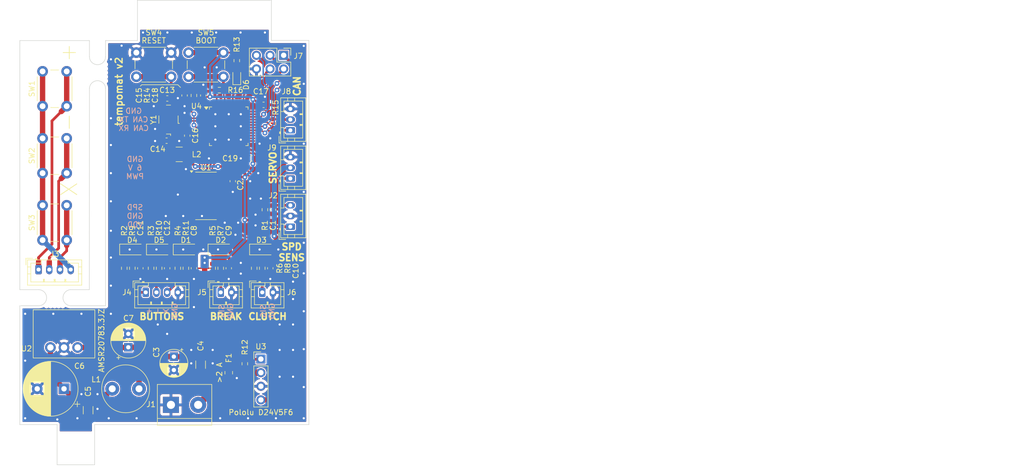
<source format=kicad_pcb>
(kicad_pcb (version 20240225) (generator "pcbnew") (generator_version "8.99")
  (title_block (title "Sterownik tempomatu") (date "2024-06-03") (rev "2") (company "CR"))
  (layers (0 "F.Cu" signal "Górna sygnałowa") (31 "B.Cu" signal "Dolna sygnałowa") (34 "B.Paste" user "Dolna pasty") (35 "F.Paste" user "Górna pasty") (36 "B.SilkS" user "B.Silkscreen") (37 "F.SilkS" user "F.Silkscreen") (38 "B.Mask" user "Dolna sodermaski") (39 "F.Mask" user "Górna soldermaski") (44 "Edge.Cuts" user "Krawędziowa"))
  (net 0 "")
  (net 1 "VDD")
  (net 2 "GND")
  (net 3 "Net-(C3-Pad1)")
  (net 4 "/LED")
  (net 5 "Net-(D1-A2)")
  (net 6 "Net-(D2-A2)")
  (net 7 "VCC")
  (net 8 "/SPD")
  (net 9 "/CANRX")
  (net 10 "/TXO")
  (net 11 "/RXI")
  (net 12 "/SWDIO")
  (net 13 "/SWCLK")
  (net 14 "Net-(U2-VI)")
  (net 15 "Net-(D3-A2)")
  (net 16 "/CLUTCH")
  (net 17 "/BUT+")
  (net 18 "/BUT-")
  (net 19 "/BUT_CANC")
  (net 20 "Net-(D4-A2)")
  (net 21 "Net-(D5-A2)")
  (net 22 "Net-(U4-PD0)")
  (net 23 "Net-(U4-PD1)")
  (net 24 "Net-(U4-NRST)")
  (net 25 "/BREAK")
  (net 26 "Net-(U4-VDDA)")
  (net 27 "Net-(D6-A)")
  (net 28 "Net-(J4-Pin_2)")
  (net 29 "Net-(J4-Pin_1)")
  (net 30 "Net-(J4-Pin_3)")
  (net 31 "Net-(J5-Pin_1)")
  (net 32 "Net-(J6-Pin_1)")
  (net 33 "6V")
  (net 34 "/PWM")
  (net 35 "Net-(U4-BOOT0)")
  (net 41 "/CANTX")
  (net 45 "/EX_BUT_+")
  (net 46 "/EX_BUT_-")
  (net 47 "/EX_BUT_CANC")
  (net 62 "/~{SHDN}")
  (footprint "Capacitor_SMD:C_0603_1608Metric" (layer "F.Cu") (at 116 44.75)
    (property "Reference" "C17")
    (property "Value" "100n")
  )
  (footprint "Capacitor_SMD:C_0603_1608Metric" (layer "F.Cu") (at 113.75 54.75 180)
    (property "Reference" "C19")
    (property "Value" "100n")
  )
  (footprint "Capacitor_SMD:C_0603_1608Metric" (layer "F.Cu") (at 104.75 43 90)
    (property "Reference" "C18")
    (property "Value" "100n")
  )
  (footprint "Capacitor_SMD:C_0603_1608Metric" (layer "F.Cu") (at 98.025 43.563 180)
    (property "Reference" "C13")
    (property "Value" "22p")
  )
  (footprint "Capacitor_SMD:C_0603_1608Metric" (layer "F.Cu") (at 97.898 51.437)
    (property "Reference" "C14")
    (property "Value" "22p")
  )
  (footprint "Diode_SMD:D_0603_1608Metric" (layer "F.Cu") (at 111 39.5 90)
    (property "Reference" "D6")
    (property "Value" "RED")
  )
  (footprint "Inductor_SMD:L_1210_3225Metric_Pad1.42x2.65mm_HandSolder" (layer "F.Cu") (at 100.25 54)
    (property "Reference" "L2")
    (property "Value" "100u")
  )
  (footprint "Resistor_SMD:R_0603_1608Metric" (layer "F.Cu") (at 111 36.5 -90)
    (property "Reference" "R13")
    (property "Value" "1k")
  )
  (footprint "Button_Switch_THT:SW_PUSH_6mm" (layer "F.Cu") (at 74.75 57.5 90)
    (property "Reference" "SW2")
    (property "Value" "SW_Push")
  )
  (footprint "Button_Switch_THT:SW_PUSH_6mm" (layer "F.Cu") (at 74.75 70 90)
    (property "Reference" "SW3")
    (property "Value" "SW_Push")
  )
  (footprint "Package_QFP:LQFP-48_7x7mm_P0.5mm" (layer "F.Cu") (at 109.5 48.75)
    (property "Reference" "U4")
    (property "Value" "STM32F103C8Tx" (hide yes))
  )
  (footprint "Crystal:Crystal_SMD_EuroQuartz_MJ-4Pin_5.0x3.2mm" (layer "F.Cu") (at 98.25 47.5 90)
    (property "Reference" "Y1")
    (property "Value" "8MHz")
  )
  (footprint "Resistor_SMD:R_0603_1608Metric" (layer "F.Cu") (at 107.75 42)
    (property "Reference" "R16")
    (property "Value" "1k")
  )
  (footprint "Capacitor_SMD:C_0603_1608Metric" (layer "F.Cu") (at 101.25 43 90)
    (property "Reference" "C15")
    (property "Value" "100n")
  )
  (footprint "MountingHole:MountingHole_2.5mm" (layer "F.Cu") (at 113.919 28.575)
    (property "Reference" "H1" (hide yes))
    (property "Value" "MountingHole")
  )
  (footprint "Button_Switch_THT:SW_PUSH_6mm" (layer "F.Cu") (at 74.75 45 90)
    (property "Reference" "SW1")
    (property "Value" "SW_Push")
  )
  (footprint "Library:mouse-bite-3mm-slot" (layer "F.Cu") (at 85 38.75 90)
    (property "Reference" "mouse-bite-3mm-slot" (hide yes))
    (property "Value" "VAL**" (hide yes))
  )
  (footprint "Resistor_SMD:R_0603_1608Metric" (layer "F.Cu") (at 116.25 64.325 90)
    (property "Reference" "R1")
    (property "Value" "10k")
  )
  (footprint "Package_SO:SOIC-14_3.9x8.7mm_P1.27mm" (layer "F.Cu") (at 105.25 61.75)
    (property "Reference" "U1")
    (property "Value" "74HC14")
  )
  (footprint "Resistor_SMD:R_0603_1608Metric" (layer "F.Cu") (at 115.75 75.25 90)
    (property "Reference" "R8")
    (property "Value" "10k")
  )
  (footprint "Diode_SMD:D_SOD-123" (layer "F.Cu") (at 115.75 71.75)
    (property "Reference" "D3")
    (property "Value" "D_TVS")
  )
  (footprint "Resistor_SMD:R_0603_1608Metric" (layer "F.Cu") (at 96.5 75.25 90)
    (property "Reference" "R10")
    (property "Value" "10k")
  )
  (footprint "Capacitor_SMD:C_0603_1608Metric" (layer "F.Cu") (at 98 75.25 -90)
    (property "Reference" "C12")
    (property "Value" "100n")
  )
  (footprint "Resistor_SMD:R_0603_1608Metric" (layer "F.Cu") (at 106.5 75.25 -90)
    (property "Reference" "R5")
    (property "Value" "10k")
  )
  (footprint "Resistor_SMD:R_0603_1608Metric" (layer "F.Cu") (at 108 75.25 90)
    (property "Reference" "R7")
    (property "Value" "10k")
  )
  (footprint "Connector_PinHeader_2.54mm:PinHeader_2x03_P2.54mm_Vertical" (layer "F.Cu") (at 119.75 35.5 -90)
    (property "Reference" "J7")
    (property "Value" "Conn_01x07")
  )
  (footprint "Capacitor_SMD:C_0603_1608Metric" (layer "F.Cu") (at 109.5 75.25 -90)
    (property "Reference" "C9")
    (property "Value" "100n")
  )
  (footprint "Capacitor_SMD:C_0603_1608Metric" (layer "F.Cu") (at 103 75.25 -90)
    (property "Reference" "C8")
    (property "Value" "100n")
  )
  (footprint "Capacitor_THT:CP_Radial_D6.3mm_P2.50mm" (layer "F.Cu") (at 90.75 90 90)
    (property "Reference" "C7")
    (property "Value" "22u/25V")
  )
  (footprint "Capacitor_SMD:C_0603_1608Metric" (layer "F.Cu") (at 117.25 75.25 -90)
    (property "Reference" "C10")
    (property "Value" "100n")
  )
  (footprint "Fuse:Fuse_0805_2012Metric" (layer "F.Cu") (at 109.5 94.75 90)
    (property "Reference" "F1")
    (property "Value" ">2A" (hide yes))
  )
  (footprint "Capacitor_THT:CP_Radial_D5.0mm_P2.50mm" (layer "F.Cu") (at 99.25 91.75 -90)
    (property "Reference" "C3")
    (property "Value" "100u/25V")
  )
  (footprint "Capacitor_SMD:C_0603_1608Metric" (layer "F.Cu") (at 110.25 59 -90)
    (property "Reference" "C2")
    (property "Value" "100n")
  )
  (footprint "Diode_SMD:D_SOD-123" (layer "F.Cu") (at 108 71.75)
    (property "Reference" "D2")
    (property "Value" "D_TVS")
  )
  (footprint "Capacitor_SMD:C_0603_1608Metric_Pad1.08x0.95mm_HandSolder" (layer "F.Cu") (at 101.75 50.5 90)
    (property "Reference" "C16")
    (property "Value" "100n")
  )
  (footprint "Connector_JST:JST_PH_B3B-PH-K_1x03_P2.00mm_Vertical" (layer "F.Cu") (at 121 49.5 90)
    (property "Reference" "J8")
    (property "Value" "Conn_01x03")
  )
  (footprint "Inductor_THT:L_Radial_D8.7mm_P5.00mm_Fastron_07HCP" (layer "F.Cu") (at 92.75 97.75 180)
    (property "Reference" "L1")
    (property "Value" "RL622-220K-RC BOURNS")
  )
  (footprint "Capacitor_SMD:C_0603_1608Metric" (layer "F.Cu") (at 93 75.25 -90)
    (property "Reference" "C11")
    (property "Value" "100n")
  )
  (footprint "Connector_JST:JST_PH_B2B-PH-K_1x02_P2.00mm_Vertical" (layer "F.Cu") (at 115.75 79.75)
    (property "Reference" "J6")
    (property "Value" "Conn_01x02")
  )
  (footprint "Capacitor_SMD:C_1206_3216Metric" (layer "F.Cu") (at 104.25 93.25 -90)
    (property "Reference" "C4")
    (property "Value" "10u/25V")
  )
  (footprint "Library:mouse-bite-3mm-slot" (layer "F.Cu") (at 77 80.75 180)
    (property "Reference" "mouse-bite-3mm-slot" (hide yes))
    (property "Value" "VAL**" (hide yes))
  )
  (footprint "MountingHole:MountingHole_2.5mm" (layer "F.Cu") (at 81.026 108.585)
    (property "Reference" "H2" (hide yes))
    (property "Value" "MountingHole")
  )
  (footprint "Resistor_SMD:R_0603_1608Metric" (layer "F.Cu") (at 114.25 75.25 -90)
    (property "Reference" "R6")
    (property "Value" "10k")
  )
  (footprint "Resistor_SMD:R_0603_1608Metric" (layer "F.Cu") (at 112.5 93.075 90)
    (property "Reference" "R12")
    (property "Value" "100k")
  )
  (footprint "Resistor_SMD:R_0603_1608Metric" (layer "F.Cu") (at 117.75 48.25 90)
    (property "Reference" "R15")
    (property "Value" "120")
  )
  (footprint "Connector_JST:JST_PH_B2B-PH-K_1x02_P2.00mm_Vertical" (layer "F.Cu") (at 108 79.75)
    (property "Reference" "J5")
    (property "Value" "Conn_01x02" (hide yes))
  )
  (footprint "Connector_PinHeader_2.54mm:PinHeader_1x04_P2.54mm_Vertical" (layer "F.Cu") (at 115.5 92.2)
    (property "Reference" "U3")
    (property "Value" "Pololu D24V5F6")
  )
  (footprint "Resistor_SMD:R_0603_1608Metric" (layer "F.Cu") (at 95 75.25 -90)
    (property "Reference" "R3")
    (property "Value" "10k")
  )
  (footprint "Resistor_SMD:R_0603_1608Metric" (layer "F.Cu") (at 100 75.25 -90)
    (property "Reference" "R4")
    (property "Value" "10k")
  )
  (footprint "Capacitor_THT:CP_Radial_D10.0mm_P5.00mm" (layer "F.Cu") (at 78.75 97.75 180)
    (property "Reference" "C6")
    (property "Value" "680u/25V")
  )
  (footprint "Diode_SMD:D_SOD-123" (layer "F.Cu") (at 91.5 71.75)
    (property "Reference" "D4")
    (property "Value" "D_TVS")
  )
  (footprint "Resistor_SMD:R_0603_1608Metric" (layer "F.Cu") (at 103 43 90)
    (property "Reference" "R14")
    (property "Value" "100k")
  )
  (footprint "Button_Switch_THT:SW_PUSH_6mm" (layer "F.Cu") (at 102 35)
    (property "Reference" "SW5")
    (property "Value" "6mm")
  )
  (footprint "Resistor_SMD:R_0603_1608Metric" (layer "F.Cu") (at 101.5 75.25 90)
    (property "Reference" "R11")
    (property "Value" "10k")
  )
  (footprint "Button_Switch_THT:SW_PUSH_6mm" (layer "F.Cu") (at 92.25 35)
    (property "Reference" "SW4")
    (property "Value" "6 mm")
  )
  (footprint "Resistor_SMD:R_0603_1608Metric" (layer "F.Cu") (at 90 75.25 -90)
    (property "Reference" "R2")
    (property "Value" "10k")
  )
  (footprint "Connector_JST:JST_PH_B4B-PH-K_1x04_P2.00mm_Vertical" (layer "F.Cu") (at 74 75.5)
    (property "Reference" "J3")
    (property "Value" "JST 01x04")
  )
  (footprint "Diode_SMD:D_SOD-123" (layer "F.Cu") (at 101.5 71.75)
    (property "Reference" "D1")
    (property "Value" "D_TVS")
  )
  (footprint "Capacitor_SMD:C_0603_1608Metric" (layer "F.Cu") (at 117.75 64.325 -90)
    (property "Reference" "C1")
    (property "Value" "100n")
  )
  (footprint "tmp:AMSR2-78JZ" (layer "F.Cu") (at 78.75 87.5)
    (property "Reference" "U2")
    (property "Value" "AMSR20783.3JZ")
  )
  (footprint "Connector_JST:JST_PH_B3B-PH-K_1x03_P2.00mm_Vertical" (layer "F.Cu") (at 121 58.5 90)
    (property "Reference" "J9")
    (property "Value" "Conn_01x03")
  )
  (footprint "Capacitor_SMD:C_1206_3216Metric" (layer "F.Cu") (at 83.25 101.75 -90)
    (property "Reference" "C5")
    (property "Value" "10u/25V")
  )
  (footprint "Connector_JST:JST_PH_B3B-PH-K_1x03_P2.00mm_Vertical" (layer "F.Cu") (at 121 67.5 90)
    (property "Reference" "J2")
    (property "Value" "Conn_01x03")
  )
  (footprint "TerminalBlock:TerminalBlock_bornier-2_P5.08mm" (layer "F.Cu") (at 98.71 100.75)
    (property "Reference" "J1")
    (property "Value" "Conn_01x02" (hide yes))
  )
  (footprint "Resistor_SMD:R_0603_1608Metric" (layer "F.Cu") (at 91.5 75.25 90)
    (property "Reference" "R9")
    (property "Value" "10k")
  )
  (footprint "Connector_JST:JST_PH_B4B-PH-K_1x04_P2.00mm_Vertical" (layer "F.Cu") (at 94 79.75)
    (property "Reference" "J4")
    (property "Value" "JST 01x04")
  )
  (footprint "Diode_SMD:D_SOD-123" (layer "F.Cu") (at 96.5 71.75)
    (property "Reference" "D5")
    (property "Value" "D_TVS")
  )
  (gr_line (start 93.25 41) (end 100 41) (stroke (width 0.12)) (layer "F.SilkS"))
  (gr_line (start 100 41) (end 100.5 41.5) (stroke (width 0.12)) (layer "F.SilkS"))
  (gr_line (start 93 41.25) (end 93.25 41) (stroke (width 0.12)) (layer "F.SilkS"))
  (gr_line (start 83.500001 41.626) (end 83.475 79.25) (stroke (width 0.1)) (layer "Edge.Cuts"))
  (gr_line (start 86.5 82.25) (end 86.499999 41.626) (stroke (width 0.1)) (layer "Edge.Cuts"))
  (gr_line (start 86.499999 35.784) (end 86.5 32.75) (stroke (width 0.1)) (layer "Edge.Cuts"))
  (gr_line (start 74.058004 82.25) (end 70.5 82.25) (stroke (width 0.1)) (layer "Edge.Cuts"))
  (gr_line (start 84.46 104.43) (end 84.46 111.93) (stroke (width 0.1)) (layer "Edge.Cuts"))
  (gr_line (start 70.5 82.25) (end 70.5 104.43) (stroke (width 0.1)) (layer "Edge.Cuts"))
  (gr_line (start 83.5 35.784) (end 83.5 32.75) (stroke (width 0.1)) (layer "Edge.Cuts"))
  (gr_line (start 70.5 104.43) (end 77.46 104.43) (stroke (width 0.1)) (layer "Edge.Cuts"))
  (gr_line (start 83.475 79.25) (end 79.91 79.25) (stroke (width 0.1)) (layer "Edge.Cuts"))
  (gr_arc (start 86.499999 35.784) (mid 84.999999 37.25224) (end 83.5 35.784) (stroke (width 0.1)) (layer "Edge.Cuts"))
  (gr_line (start 77.46 111.93) (end 77.46 104.43) (stroke (width 0.1)) (layer "Edge.Cuts"))
  (gr_line (start 117.46 25.23) (end 92.46 25.23) (stroke (width 0.1)) (layer "Edge.Cuts"))
  (gr_line (start 86.5 82.25) (end 79.972 82.249999) (stroke (width 0.1)) (layer "Edge.Cuts"))
  (gr_line (start 77.46 111.93) (end 84.46 111.93) (stroke (width 0.1)) (layer "Edge.Cuts"))
  (gr_line (start 92.46 25.23) (end 92.46 32.75) (stroke (width 0.1)) (layer "Edge.Cuts"))
  (gr_arc (start 74.058004 79.250001) (mid 75.50112 80.75) (end 74.058004 82.25) (stroke (width 0.1)) (layer "Edge.Cuts"))
  (gr_line (start 74.058004 79.250001) (end 70.5 79.25) (stroke (width 0.1)) (layer "Edge.Cuts"))
  (gr_arc (start 79.971668 82.255207) (mid 78.55975 80.780944) (end 79.91 79.25) (stroke (width 0.1)) (layer "Edge.Cuts"))
  (gr_line (start 92.46 32.75) (end 86.5 32.75) (stroke (width 0.1)) (layer "Edge.Cuts"))
  (gr_line (start 124.46 32.73) (end 117.46 32.73) (stroke (width 0.1)) (layer "Edge.Cuts"))
  (gr_line (start 124.46 104.43) (end 124.46 32.73) (stroke (width 0.1)) (layer "Edge.Cuts"))
  (gr_line (start 70.5 32.75) (end 83.5 32.75) (stroke (width 0.1)) (layer "Edge.Cuts"))
  (gr_line (start 70.5 79.25) (end 70.5 32.75) (stroke (width 0.1)) (layer "Edge.Cuts"))
  (gr_line (start 117.46 32.73) (end 117.46 25.23) (stroke (width 0.1)) (layer "Edge.Cuts"))
  (gr_line (start 84.46 104.43) (end 124.46 104.43) (stroke (width 0.1)) (layer "Edge.Cuts"))
  (gr_arc (start 83.500001 41.626) (mid 85 40.243108) (end 86.499999 41.626) (stroke (width 0.1)) (layer "Edge.Cuts"))
  (gr_text "SIG\nGND" (at 116.75 83.25 90) (layer "B.SilkS") (effects (font (size 1 1)) (justify mirror)))
  (gr_text "+\n-\nX\nGND" (at 97 83.25 90) (layer "B.SilkS") (effects (font (size 1 1)) (justify mirror)))
  (gr_text "GND\nCAN TX\nCAN RX" (at 91.75 47.5 0) (layer "B.SilkS") (effects (font (size 1 1)) (justify mirror)))
  (gr_text "SIG\nGND" (at 109 83.25 90) (layer "B.SilkS") (effects (font (size 1 1)) (justify mirror)))
  (gr_text "GND\n6 V\nPWM" (at 92 56.5 0) (layer "B.SilkS") (effects (font (size 1 1)) (justify mirror)))
  (gr_text "SPD\nGND\nVDD" (at 92 65.5 0) (layer "B.SilkS") (effects (font (size 1 1)) (justify mirror)))
  (gr_text "X" (at 79.75 60.5 90) (layer "F.SilkS") (effects (font (size 3 3))))
  (gr_text "CLUTCH" (at 116.75 84.25 0) (layer "F.SilkS") (effects (font (size 1.25 1.25) (thickness 0.3) (bold yes))))
  (gr_text "BOOT" (at 105.25 32.75 0) (layer "F.SilkS") (effects (font (size 1 1))))
  (gr_text "+" (at 79.5 35 90) (layer "F.SilkS") (effects (font (size 3 3))))
  (gr_text "RESET" (at 95.5 32.75 0) (layer "F.SilkS") (effects (font (size 1 1))))
  (gr_text "-" (at 79.5 48 90) (layer "F.SilkS") (effects (font (size 3 3))))
  (gr_text "tempomat v2" (at 89 42.25 90) (layer "F.SilkS") (effects (font (size 1.3 1.3) (thickness 0.25))))
  (gr_text "BREAK" (at 109 84.25 0) (layer "F.SilkS") (effects (font (size 1.25 1.25) (thickness 0.3) (bold yes))))
  (gr_text "CAN" (at 122.25 41.25 90) (layer "F.SilkS") (effects (font (size 1.25 1.25) (thickness 0.3) (bold yes))))
  (gr_text ">2 A" (at 107.75 94.75 90) (layer "F.SilkS") (effects (font (size 1 1) (thickness 0.15625))))
  (gr_text "SERVO" (at 117.75 56.5 90) (layer "F.SilkS") (effects (font (size 1.25 1.25) (thickness 0.3) (bold yes))))
  (gr_text "BUTTONS" (at 97 84.25 0) (layer "F.SilkS") (effects (font (size 1.25 1.25) (thickness 0.3) (bold yes))))
  (gr_text "SPD\nSENS" (at 121.25 72.25 0) (layer "F.SilkS") (effects (font (size 1.25 1.25) (thickness 0.3) (bold yes))))
  (segment (start 105.3375 46) (end 105.3375 44.3625) (width 0.3) (layer "F.Cu") (net 1))
  (segment (start 103.25 56.25) (end 102.775 55.775) (width 0.5) (layer "F.Cu") (net 1))
  (segment (start 105.275 43.25) (end 106 43.25) (width 0.35) (layer "F.Cu") (net 1))
  (segment (start 114.75 46) (end 113.6625 46) (width 0.3) (layer "F.Cu") (net 1))
  (segment (start 95 74.425) (end 95 75.25) (width 0.25) (layer "F.Cu") (net 1))
  (segment (start 104.75 43.775) (end 105.3375 44.3625) (width 0.35) (layer "F.Cu") (net 1))
  (segment (start 90.71 90.04) (end 90.75 90) (width 1) (layer "F.Cu") (net 1))
  (segment (start 106.5 75.25) (end 113.425 75.25) (width 0.25) (layer "F.Cu") (net 1))
  (segment (start 114.04 43.75) (end 114 43.75) (width 0.25) (layer "F.Cu") (net 1))
  (segment (start 98.7625 54.50625) (end 98.7625 54) (width 0.5) (layer "F.Cu") (net 1))
  (segment (start 113.4125 52.9125) (end 114.525 54.025) (width 0.3) (layer "F.Cu") (net 1))
  (segment (start 115 45.75) (end 114.75 46) (width 0.3) (layer "F.Cu") (net 1))
  (segment (start 106.5 75.25) (end 105 75.25) (width 0.25) (layer "F.Cu") (net 1))
  (segment (start 106.75 44.5875) (end 106.3375 44.5875) (width 0.3) (layer "F.Cu") (net 1))
  (segment (start 100 75.25) (end 95 75.25) (width 0.25) (layer "F.Cu") (net 1))
  (segment (start 115.225 45.525) (end 115.225 44.75) (width 0.3) (layer "F.Cu") (net 1))
  (segment (start 110.325 35) (end 111 35.675) (width 0.3) (layer "F.Cu") (net 1))
  (segment (start 93.75 90) (end 90.75 90) (width 1) (layer "F.Cu") (net 1))
  (segment (start 81.29 90.04) (end 90.71 90.04) (width 1) (layer "F.Cu") (net 1))
  (segment (start 114.525 54.025) (end 114.525 54.75) (width 0.3) (layer "F.Cu") (net 1))
  (segment (start 109.525 58.225) (end 110.25 58.225) (width 0.5) (layer "F.Cu") (net 1))
  (segment (start 112.25 52.9125) (end 113.4125 52.9125) (width 0.3) (layer "F.Cu") (net 1))
  (segment (start 116.25 66.25) (end 112.5 66.25) (width 0.5) (layer "F.Cu") (net 1))
  (segment (start 117.5 67.5) (end 121 67.5) (width 0.5) (layer "F.Cu") (net 1))
  (segment (start 114 55.75) (end 114.5 55.25) (width 0.3) (layer "F.Cu") (net 1))
  (segment (start 119.02 38.77) (end 119.75 38.04) (width 0.5) (layer "F.Cu") (net 1))
  (segment (start 112.475 58.225) (end 112.5 58.25) (width 0.5) (layer "F.Cu") (net 1))
  (segment (start 114.5 54.775) (end 114.525 54.75) (width 0.3) (layer "F.Cu") (net 1))
  (segment (start 102 35) (end 108.5 35) (width 1) (layer "F.Cu") (net 1))
  (segment (start 105 78.75) (end 93.75 90) (width 1) (layer "F.Cu") (net 1))
  (segment (start 100 74.425) (end 100 75.25) (width 0.25) (layer "F.Cu") (net 1))
  (segment (start 107.725 57.94) (end 109.24 57.94) (width 0.5) (layer "F.Cu") (net 1))
  (segment (start 103 43.825) (end 104.7 43.825) (width 0.25) (layer "F.Cu") (net 1))
  (segment (start 111.25 56.25) (end 112.5 57.5) (width 0.5) (layer "F.Cu") (net 1))
  (segment (start 100.03125 55.775) (end 98.7625 54.50625) (width 0.5) (layer "F.Cu") (net 1))
  (segment (start 90.825 75.25) (end 90 74.425) (width 0.25) (layer "F.Cu") (net 1))
  (segment (start 108.5 35) (end 110.325 35) (width 0.3) (layer "F.Cu") (net 1))
  (segment (start 114 43.75) (end 114.225 43.75) (width 0.35) (layer "F.Cu") (net 1))
  (segment (start 119.02 38.77) (end 114.04 43.75) (width 0.25) (layer "F.Cu") (net 1))
  (segment (start 105 75.25) (end 105 78.75) (width 1) (layer "F.Cu") (net 1))
  (segment (start 106.1125 44.3625) (end 106.3375 44.5875) (width 0.35) (layer "F.Cu") (net 1))
  (segment (start 114.225 43.75) (end 115.225 44.75) (width 0.35) (layer "F.Cu") (net 1))
  (segment (start 104.7 43.825) (end 104.75 43.775) (width 0.25) (layer "F.Cu") (net 1))
  (segment (start 102.775 55.775) (end 100.03125 55.775) (width 0.5) (layer "F.Cu") (net 1))
  (segment (start 109.24 57.94) (end 109.525 58.225) (width 0.5) (layer "F.Cu") (net 1))
  (segment (start 116.25 66.25) (end 117.5 67.5) (width 0.5) (layer "F.Cu") (net 1))
  (segment (start 105 75.25) (end 100 75.25) (width 0.25) (layer "F.Cu") (net 1))
  (segment (start 106.5 74.425) (end 106.5 75.25) (width 0.25) (layer "F.Cu") (net 1))
  (segment (start 116.25 65.15) (end 116.25 66.25) (width 0.5) (layer "F.Cu") (net 1))
  (segment (start 110.25 58.225) (end 112.475 58.225) (width 0.5) (layer "F.Cu") (net 1))
  (segment (start 114.175 74.5) (end 114.25 74.425) (width 0.35) (layer "F.Cu") (net 1))
  (segment (start 104.75 43.775) (end 105.275 43.25) (width 0.35) (layer "F.Cu") (net 1))
  (segment (start 115 45.75) (end 115.225 45.525) (width 0.3) (layer "F.Cu") (net 1))
  (segment (start 107.5 56.25) (end 111.25 56.25) (width 0.5) (layer "F.Cu") (net 1))
  (segment (start 105.3375 44.3625) (end 106.1125 44.3625) (width 0.35) (layer "F.Cu") (net 1))
  (segment (start 113.425 75.25) (end 114.25 74.425) (width 0.25) (layer "F.Cu") (net 1))
  (segment (start 95 75.25) (end 90.825 75.25) (width 0.25) (layer "F.Cu") (net 1))
  (segment (start 112.5 57.5) (end 112.5 58.25) (width 0.5) (layer "F.Cu") (net 1))
  (segment (start 114.5 55.25) (end 114.5 54.775) (width 0.3) (layer "F.Cu") (net 1))
  (via (at 105 74.25) (size 0.9144) (drill 0.4064) (layers "F.Cu" "B.Cu") (net 1))
  (via (at 112.5 66.25) (size 0.9144) (drill 0.4064) (layers "F.Cu" "B.Cu") (net 1))
  (via (at 107.5 56.25) (size 0.9144) (drill 0.4064) (layers "F.Cu" "B.Cu") (net 1))
  (via (at 103.25 56.25) (size 0.9144) (drill 0.4064) (layers "F.Cu" "B.Cu") (net 1))
  (via (at 106 43.25) (size 0.9144) (drill 0.4064) (layers "F.Cu" "B.Cu") (net 1))
  (via (at 105 73.25) (size 0.9144) (drill 0.4064) (layers "F.Cu" "B.Cu") (net 1))
  (via (at 114 43.75) (size 0.9144) (drill 0.4064) (layers "F.Cu" "B.Cu") (net 1))
  (via (at 112.5 58.25) (size 0.9144) (drill 0.4064) (layers "F.Cu" "B.Cu") (net 1))
  (via (at 114 55.75) (size 0.9144) (drill 0.4064) (layers "F.Cu" "B.Cu") (net 1))
  (segment (start 105 73.25) (end 109.25 73.25) (width 0.5) (layer "B.Cu") (net 1))
  (segment (start 109.25 73.25) (end 112.5 70) (width 0.5) (layer "B.Cu") (net 1))
  (segment (start 106 37.5) (end 107.75 35.75) (width 0.5) (layer "B.Cu") (net 1))
  (segment (start 114 43.75) (end 113.5 43.25) (width 0.5) (layer "B.Cu") (net 1))
  (segment (start 112.5 70) (end 112.5 66.25) (width 0.5) (layer "B.Cu") (net 1))
  (segment (start 114 55.75) (end 114 43.75) (width 0.5) (layer "B.Cu") (net 1))
  (segment (start 106 43.25) (end 106 37.5) (width 0.5) (layer "B.Cu") (net 1))
  (segment (start 113.5 43.25) (end 106 43.25) (width 0.5) (layer "B.Cu") (net 1))
  (segment (start 114 55.75) (end 114 56.75) (width 0.5) (layer "B.Cu") (net 1))
  (segment (start 112.5 58.25) (end 112.5 66.25) (width 0.5) (layer "B.Cu") (net 1))
  (segment (start 107.5 56.25) (end 103.25 56.25) (width 0.5) (layer "B.Cu") (net 1))
  (segment (start 108.5 35) (end 107.75 35.75) (width 0.5) (layer "B.Cu") (net 1))
  (segment (start 114 56.75) (end 112.5 58.25) (width 0.5) (layer "B.Cu") (net 1))
  (segment (start 74.75 57.5) (end 74.75 63.5) (width 1) (layer "F.Cu") (net 2))
  (segment (start 108.96 59.21) (end 109.525 59.775) (width 0.5) (layer "F.Cu") (net 2))
  (segment (start 74.75 45) (end 74.75 51) (width 1) (layer "F.Cu") (net 2))
  (segment (start 102.75 49.5) (end 102.5 49.75) (width 0.25) (layer "F.Cu") (net 2))
  (segment (start 98.8 43.563) (end 99.4 44.163) (width 0.25) (layer "F.Cu") (net 2))
  (segment (start 74.75 38.5) (end 74.75 45) (width 1) (layer "F.Cu") (net 2))
  (segment (start 74.75 51) (end 74.75 57.5) (width 1) (layer "F.Cu") (net 2))
  (segment (start 105.3375 49.5) (end 102.75 49.5) (width 0.25) (layer "F.Cu") (net 2))
  (segment (start 109.525 59.775) (end 110.25 59.775) (width 0.5) (layer "F.Cu") (net 2))
  (segment (start 99.4 44.163) (end 99.4 45.65) (width 0.25) (layer "F.Cu") (net 2))
  (segment (start 107.725 59.21) (end 108.96 59.21) (width 0.5) (layer "F.Cu") (net 2))
  (segment (start 74.75 70) (end 74.75 63.5) (width 1) (layer "F.Cu") (net 2))
  (segment (start 101.8625 49.75) (end 101.75 49.6375) (width 0.25) (layer "F.Cu") (net 2))
  (segment (start 102.5 49.75) (end 101.8625 49.75) (width 0.25) (layer "F.Cu") (net 2))
  (via (at 85 98.75) (size 0.9144) (drill 0.4064) (layers "F.Cu" "B.Cu") (net 2))
  (via (at 100 43.5) (size 0.9144) (drill 0.4064) (layers "F.Cu" "B.Cu") (net 2))
  (via (at 89.5 33.7072) (size 0.9144) (drill 0.4064) (layers "F.Cu" "B.Cu") (net 2))
  (via (at 100.25 51.5) (size 0.9144) (drill 0.4064) (layers "F.Cu" "B.Cu") (net 2))
  (via (at 102.5 90.5) (size 0.9144) (drill 0.4064) (layers "F.Cu" "B.Cu") (net 2))
  (via (at 104.75 71.75) (size 0.9144) (drill 0.4064) (layers "F.Cu" "B.Cu") (net 2))
  (via (at 118.3 103.25) (size 0.9144) (drill 0.4064) (layers "F.Cu" "B.Cu") (net 2))
  (via (at 108.75 66.75) (size 0.9144) (drill 0.4064) (layers "F.Cu" "B.Cu") (net 2))
  (via (at 71.5 83.75) (size 0.9144) (drill 0.4064) (layers "F.Cu" "B.Cu") (net 2))
  (via (at 87.5 36.25) (size 0.9144) (drill 0.4064) (layers "F.Cu" "B.Cu") (net 2))
  (via (at 115.25 71.75) (size 0.9144) (drill 0.4064) (layers "F.Cu" "B.Cu") (net 2))
  (via (at 107.5 71.75) (size 0.9144) (drill 0.4064) (layers "F.Cu" "B.Cu") (net 2))
  (via (at 111 95.75) (size 0.9144) (drill 0.4064) (layers "F.Cu" "B.Cu") (net 2))
  (via (at 102.6 31.25) (size 0.9144) (drill 0.4064) (layers "F.Cu" "B.Cu") (net 2))
  (via (at 123.5 97.425) (size 0.9144) (drill 0.4064) (layers "F.Cu" "B.Cu") (net 2))
  (via (at 121.5 90.5) (size 0.9144) (drill 0.4064) (layers "F.Cu" "B.Cu") (net 2))
  (via (at 77.501132 103.473683) (size 0.9144) (drill 0.4064) (layers "F.Cu" "B.Cu") (net 2))
  (via (at 110.75 69) (size 0.9144) (drill 0.4064) (layers "F.Cu" "B.Cu") (net 2))
  (via (at 71.5 103.25) (size 0.9144) (drill 0.4064) (layers "F.Cu" "B.Cu") (net 2))
  (via (at 104.75 41) (size 0.9144) (drill 0.4064) (layers "F.Cu" "B.Cu") (net 2))
  (via (at 85 101.5) (size 0.9144) (drill 0.4064) (layers "F.Cu" "B.Cu") (net 2))
  (via (at 71.5 92.5) (size 0.9144) (drill 0.4064) (layers "F.Cu" "B.Cu") (net 2))
  (via (at 119 95.5) (size 0.9144) (drill 0.4064) (layers "F.Cu" "B.Cu") (net 2))
  (via (at 87.5 62.75) (size 0.9144) (drill 0.4064) (layers "F.Cu" "B.Cu") (net 2))
  (via (at 111.75 74.25) (size 0.9144) (drill 0.4064) (layers "F.Cu" "B.Cu") (net 2))
  (via (at 123.5 40.825) (size 0.9144) (drill 0.4064) (layers "F.Cu" "B.Cu") (net 2))
  (via (at 123.5028 70.5) (size 0.9144) (drill 0.4064) (layers "F.Cu" "B.Cu") (net 2))
  (via (at 100 61.5) (size 0.9144) (drill 0.4064) (layers "F.Cu" "B.Cu") (net 2))
  (via (at 116.25 43.25) (size 0.9144) (drill 0.4064) (layers "F.Cu" "B.Cu") (net 2))
  (via (at 117.25 51) (size 0.9144) (drill 0.4064) (layers "F.Cu" "B.Cu") (net 2))
  (via (at 109.5 51.25) (size 0.9144) (drill 0.4064) (layers "F.Cu" "B.Cu") (net 2))
  (via (at 82 98.75) (size 0.9144) (drill 0.4064) (layers "F.Cu" "B.Cu") (net 2))
  (via (at 98 77.25) (size 0.9144) (drill 0.4064) (layers "F.Cu" "B.Cu") (net 2))
  (via (at 121.5 77.75) (size 0.9144) (drill 0.4064) (layers "F.Cu" "B.Cu") (net 2))
  (via (at 104.5 65.5) (size 0.9144) (drill 0.4064) (layers "F.Cu" "B.Cu") (net 2))
  (via (at 107.25 37.75) (size 0.9144) (drill 0.4064) (layers "F.Cu" "B.Cu") (net 2))
  (via (at 113.5 62.25) (size 0.9144) (drill 0.4064) (layers "F.Cu" "B.Cu") (net 2))
  (via (at 111.75 48.75) (size 0.9144) (drill 0.4064) (layers "F.Cu" "B.Cu") (net 2))
  (via (at 91 71.75) (size 0.9144) (drill 0.4064) (layers "F.Cu" "B.Cu") (net 2))
  (via (at 111.7 31.25) (size 0.9144) (drill 0.4064) (layers "F.Cu" "B.Cu") (net 2))
  (via (at 105.8 54.75) (size 0.9144) (drill 0.4064) (layers "F.Cu" "B.Cu") (net 2))
  (via (at 115.25 52) (size 0.9144) (drill 0.4064) (layers "F.Cu" "B.Cu") (net 2))
  (via (at 98.05 31.25) (size 0.9144) (drill 0.4064) (layers "F.Cu" "B.Cu") (net 2))
  (via (at 117.25 77.25) (size 0.9144) (drill 0.4064) (layers "F.Cu" "B.Cu") (net 2))
  (via (at 111.75 54.75) (size 0.9144) (drill 0.4064) (layers "F.Cu" "B.Cu") (net 2))
  (via (at 121.5 85.75) (size 0.9144) (drill 0.4064) (layers "F.Cu" "B.Cu") (net 2))
  (via (at 119 90.5) (size 0.9144) (drill 0.4064) (layers "F.Cu" "B.Cu") (net 2))
  (via (at 119 85.75) (size 0.9144) (drill 0.4064) (layers "F.Cu" "B.Cu") (net 2))
  (via (at 123.5 61) (size 0.9144) (drill 0.4064) (layers "F.Cu" "B.Cu") (net 2))
  (via (at 82 83.75) (size 0.9144) (drill 0.4064) (layers "F.Cu" "B.Cu") (net 2))
  (via (at 87.5 73.25) (size 0.9144) (drill 0.4064) (layers "F.Cu" "B.Cu") (net 2))
  (via (at 101.25 46.25) (size 0.9144) (drill 0.4064) (layers "F.Cu" "B.Cu") (net 2))
  (via (at 106.5 93) (size 0.9144) (drill 0.4064) (layers "F.Cu" "B.Cu") (net 2))
  (via (at 102.5 93) (size 0.9144) (drill 0.4064) (layers "F.Cu" "B.Cu") (net 2))
  (via (at 114.5 65.25) (size 0.9144) (drill 0.4064) (layers "F.Cu" "B.Cu") (net 2))
  (via (at 123.5 33.75) (size 0.9144) (drill 0.4064) (layers "F.Cu" "B.Cu") (net 2))
  (via (at 116.25 31.25) (size 0.9144) (drill 0.4064) (layers "F.Cu" "B.Cu") (net 2))
  (via (at 93 77.25) (size 0.9144) (drill 0.4064) (layers "F.Cu" "B.Cu") (net 2))
  (via (at 95.75 51.5) (size 0.9144) (drill 0.4064) (layers "F.Cu" "B.Cu") (net 2))
  (via (at 123.5 103.25) (size 0.9144) (drill 0.4064) (layers "F.Cu" "B.Cu") (net 2))
  (via (at 109.5 77.25) (size 0.9144) (drill 0.4064) (layers "F.Cu" "B.Cu") (net 2))
  (via (at 105 37.75) (size 0.9144) (drill 0.4064) (layers "F.Cu" "B.Cu") (net 2))
  (via (at 93.5 31.25) (size 0.9144) (drill 0.4064) (layers "F.Cu" "B.Cu") (net 2))
  (via (at 107.15 31.25) (size 0.9144) (drill 0.4064) (layers "F.Cu" "B.Cu") (net 2))
  (via (at 111.75 76.25) (size 0.9144) (drill 0.4064) (layers "F.Cu" "B.Cu") (net 2))
  (via (at 123.5 83.275) (size 0.9144) (drill 0.4064) (layers "F.Cu" "B.Cu") (net 2))
  (via (at 107 48.75) (size 0.9144) (drill 0.4064) (layers "F.Cu" "B.Cu") (net 2))
  (via (at 121.5 81) (size 0.9144) (drill 0.4064) (layers "F.Cu" "B.Cu") (net 2))
  (via (at 103 77.25) (size 0.9144) (drill 0.4064) (layers "F.Cu" "B.Cu") (net 2))
  (via (at 113.1 103.25) (size 0.9144) (drill 0.4064) (layers "F.Cu" "B.Cu") (net 2))
  (via (at 107 51.25) (size 0.9144) (drill 0.4064) (layers "F.Cu" "B.Cu") (net 2))
  (via (at 87.5 47.25) (size 0.9144) (drill 0.4064) (layers "F.Cu" "B.Cu") (net 2))
  (via (at 101.5 56.75) (size 0.9144) (drill 0.4064) (layers "F.Cu" "B.Cu") (net 2))
  (via (at 101.25 45) (size 0.9144) (drill 0.4064) (layers "F.Cu" "B.Cu") (net 2))
  (via (at 110.25 61) (size 0.9144) (drill 0.4064) (layers "F.Cu" "B.Cu") (net 2))
  (via (at 87.5 83.75) (size 0.9144) (drill 0.4064) (layers "F.Cu" "B.Cu") (net 2))
  (via (at 118.75 71.75) (size 0.9144) (drill 0.4064) (layers "F.Cu" "B.Cu") (net 2))
  (via (at 123.5 90.35) (size 0.9144) (drill 0.4064) (layers "F.Cu" "B.Cu") (net 2))
  (via (at 123.5028 52) (size 0.9144) (drill 0.4064) (layers "F.Cu" "B.Cu") (net 2))
  (via (at 87.5 68.25) (size 0.9144) (drill 0.4064) (layers "F.Cu" "B.Cu") (net 2))
  (via (at 76.75 83.75) (size 0.9144) (drill 0.4064) (layers "F.Cu" "B.Cu") (net 2))
  (via (at 111.25 66.75) (size 0.9144) (drill 0.4064) (layers "F.Cu" "B.Cu") (net 2))
  (via (at 114.5 67.25) (size 0.9144) (drill 0.4064) (layers "F.Cu" "B.Cu") (net 2))
  (via (at 92.3 103.25) (size 0.9144) (drill 0.4064) (layers "F.Cu" "B.Cu") (net 2))
  (via (at 107 46.5) (size 0.9144) (drill 0.4064) (layers "F.Cu" "B.Cu") (net 2))
  (via (at 87.5 78.5) (size 0.9144) (drill 0.4064) (layers "F.Cu" "B.Cu") (net 2))
  (via (at 97.75 65.5) (size 0.9144) (drill 0.4064) (layers "F.Cu" "B.Cu") (net 2))
  (via (at 96.25 85.75) (size 0.9144) (drill 0.4064) (layers "F.Cu" "B.Cu") (net 2))
  (via (at 107.9 103.25) (size 0.9144) (drill 0.4064) (layers "F.Cu" "B.Cu") (net 2))
  (via (at 98 87.5) (size 0.9144) (drill 0.4064) (layers "F.Cu" "B.Cu") (net 2))
  (via (at 113.5 59) (size 0.9144) (drill 0.4064) (layers "F.Cu" "B.Cu") (net 2))
  (via (at 81.25 103.25) (size 0.9144) (drill 0.4064) (layers "F.Cu" "B.Cu") (net 2))
  (via (at 115 57.5) (size 0.9144) (drill 0.4064) (layers "F.Cu" "B.Cu") (net 2))
  (via (at 103 82.5) (size 0.9144) (drill 0.4064) (layers "F.Cu" "B.Cu") (net 2))
  (via (at 101 65.5) (size 0.9144) (drill 0.4064) (layers "F.Cu" "B.Cu") (net 2))
  (via (at 101 71.75) (size 0.9144) (drill 0.4064) (layers "F.Cu" "B.Cu") (net 2))
  (via (at 95.75 49.25) (size 0.9144) (drill 0.4064) (layers "F.Cu" "B.Cu") (net 2))
  (via (at 121.5 95.5) (size 0.9144) (drill 0.4064) (layers "F.Cu" "B.Cu") (net 2))
  (via (at 87.5 52.25) (size 0.9144) (drill 0.4064) (layers "F.Cu" "B.Cu") (net 2))
  (via (at 123.5 76.2) (size 0.9144) (drill 0.4064) (layers "F.Cu" "B.Cu") (net 2))
  (via (at 109.5 46.5) (size 0.9144) (drill 0.4064) (layers "F.Cu" "B.Cu") (net 2))
  (via (at 106.5 90.5) (size 0.9144) (drill 0.4064) (layers "F.Cu" "B.Cu") (net 2))
  (via (at 96 71.75) (size 0.9144) (drill 0.4064) (layers "F.Cu" "B.Cu") (net 2))
  (via (at 87.5 57.5) (size 0.9144) (drill 0.4064) (layers "F.Cu" "B.Cu") (net 2))
  (via (at 111.75 51.25) (size 0.9144) (drill 0.4064) (layers "F.Cu" "B.Cu") (net 2))
  (via (at 95.5 45) (size 0.9144) (drill 0.4064) (layers "F.Cu" "B.Cu") (net 2))
  (via (at 87.1 103.25) (size 0.9144) (drill 0.4064) (layers "F.Cu" "B.Cu") (net 2))
  (via (at 115.5 62.25) (size 0.9144) (drill 0.4064) (layers "F.Cu" "B.Cu") (net 2))
  (via (at 111.75 46.5) (size 0.9144) (drill 0.4064) (layers "F.Cu" "B.Cu") (net 2))
  (segment (start 74.75 70) (end 80 75.25) (width 1) (layer "B.Cu") (net 2))
  (segment (start 80 75.25) (end 80 75.5) (width 1) (layer "B.Cu") (net 2))
  (segment (start 99.275 91.775) (end 99.25 91.75) (width 1) (layer "F.Cu") (net 3))
  (segment (start 97 91.75) (end 92.75 96) (width 1) (layer "F.Cu") (net 3))
  (segment (start 99.25 91.75) (end 97 91.75) (width 1) (layer "F.Cu") (net 3))
  (segment (start 109.5 92.5) (end 108.775 91.775) (width 1) (layer "F.Cu") (net 3))
  (segment (start 108.775 91.775) (end 104.25 91.775) (width 1) (layer "F.Cu") (net 3))
  (segment (start 104.25 91.775) (end 99.275 91.775) (width 1) (layer "F.Cu") (net 3))
  (segment (start 109.5 93.8125) (end 109.5 92.5) (width 1) (layer "F.Cu") (net 3))
  (segment (start 92.75 96) (end 92.75 97.75) (width 1) (layer "F.Cu") (net 3))
  (segment (start 111 42.25) (end 110.25 43) (width 0.3) (layer "F.Cu") (net 4))
  (segment (start 111 40.2875) (end 111 42.25) (width 0.3) (layer "F.Cu") (net 4))
  (segment (start 110.25 43) (end 110.25 44.5875) (width 0.3) (layer "F.Cu") (net 4))
  (segment (start 102.5 70) (end 101 70) (width 0.35) (layer "F.Cu") (net 5))
  (segment (start 100.1678 64.3322) (end 101.48 63.02) (width 0.35) (layer "F.Cu") (net 5))
  (segment (start 103.15 73.35) (end 103.15 71.75) (width 0.35) (layer "F.Cu") (net 5))
  (segment (start 102.95 74.425) (end 103 74.475) (width 0.5) (layer "F.Cu") (net 5))
  (segment (start 103.15 71.75) (end 103.15 70.65) (width 0.35) (layer "F.Cu") (net 5))
  (segment (start 100.1678 69.1678) (end 100.1678 64.3322) (width 0.35) (layer "F.Cu") (net 5))
  (segment (start 101 70) (end 100.1678 69.1678) (width 0.35) (layer "F.Cu") (net 5))
  (segment (start 103 74.475) (end 103 73.5) (width 0.35) (layer "F.Cu") (net 5))
  (segment (start 101.5 74.425) (end 102.95 74.425) (width 0.5) (layer "F.Cu") (net 5))
  (segment (start 103.15 70.65) (end 102.5 70) (width 0.35) (layer "F.Cu") (net 5))
  (segment (start 103 73.5) (end 103.15 73.35) (width 0.35) (layer "F.Cu") (net 5))
  (segment (start 101.48 63.02) (end 102.775 63.02) (width 0.35) (layer "F.Cu") (net 5))
  (segment (start 109.65 71.75) (end 109.65 65.4) (width 0.35) (layer "F.Cu") (net 6))
  (segment (start 108.54 64.29) (end 107.725 64.29) (width 0.35) (layer "F.Cu") (net 6))
  (segment (start 109.5 73.5) (end 109.5 74.475) (width 0.35) (layer "F.Cu") (net 6))
  (segment (start 109.45 74.425) (end 109.5 74.475) (width 0.5) (layer "F.Cu") (net 6))
  (segment (start 109.65 65.4) (end 108.54 64.29) (width 0.35) (layer "F.Cu") (net 6))
  (segment (start 109.65 71.75) (end 109.65 73.35) (width 0.35) (layer "F.Cu") (net 6))
  (segment (start 109.65 73.35) (end 109.5 73.5) (width 0.35) (layer "F.Cu") (net 6))
  (segment (start 108 74.425) (end 109.45 74.425) (width 0.5) (layer "F.Cu") (net 6))
  (segment (start 111.25 97.75) (end 106.79 97.75) (width 1.25) (layer "F.Cu") (net 7))
  (segment (start 113.375 95.625) (end 111.25 97.75) (width 1.25) (layer "F.Cu") (net 7))
  (segment (start 106.79 97.75) (end 103.79 100.75) (width 1.25) (layer "F.Cu") (net 7))
  (segment (start 112.5 94.75) (end 113.375 95.625) (width 0.5) (layer "F.Cu") (net 7))
  (segment (start 113.375 95.625) (end 114.26 94.74) (width 1.25) (layer "F.Cu") (net 7))
  (segment (start 109.5 95.6875) (end 109.5 97.75) (width 1) (layer "F.Cu") (net 7))
  (segment (start 112.5 93.9) (end 112.5 94.75) (width 0.5) (layer "F.Cu") (net 7))
  (segment (start 114.26 94.74) (end 115.5 94.74) (width 1.25) (layer "F.Cu") (net 7))
  (segment (start 111.5572 55.5572) (end 114.5 58.5) (width 0.3) (layer "F.Cu") (net 8))
  (segment (start 109.86892 55.5572) (end 111.5572 55.5572) (width 0.3) (layer "F.Cu") (net 8))
  (segment (start 117.75 63.55) (end 116.3 63.55) (width 0.5) (layer "F.Cu") (net 8))
  (segment (start 116.3 63.55) (end 116.25 63.5) (width 0.5) (layer "F.Cu") (net 8))
  (segment (start 108.25 53.93828) (end 109.86892 55.5572) (width 0.3) (layer "F.Cu") (net 8))
  (segment (start 115.25 63.5) (end 116.25 63.5) (width 0.3) (layer "F.Cu") (net 8))
  (segment (start 114.5 62.75) (end 115.25 63.5) (width 0.3) (layer "F.Cu") (net 8))
  (segment (start 114.5 58.5) (end 114.5 62.75) (width 0.3) (layer "F.Cu") (net 8))
  (segment (start 108.25 52.9125) (end 108.25 53.93828) (width 0.3) (layer "F.Cu") (net 8))
  (segment (start 121 63.5) (end 117.8 63.5) (width 0.5) (layer "F.Cu") (net 8))
  (segment (start 117.8 63.5) (end 117.75 63.55) (width 0.5) (layer "F.Cu") (net 8))
  (segment (start 113.6625 48) (end 116.675 48) (width 0.25) (layer "F.Cu") (net 9))
  (segment (start 118.175 49.5) (end 119.75 49.5) (width 0.25) (layer "F.Cu") (net 9))
  (segment (start 121 49.5) (end 119.75 49.5) (width 0.5) (layer "F.Cu") (net 9))
  (segment (start 117.75 49.075) (end 118.175 49.5) (width 0.25) (layer "F.Cu") (net 9))
  (segment (start 116.675 48) (end 117.75 49.075) (width 0.25) (layer "F.Cu") (net 9))
  (segment (start 118.5 42) (end 121.4 39.1) (width 0.25) (layer "F.Cu") (net 10))
  (segment (start 121.4 39.1) (end 121.4 37.15) (width 0.25) (layer "F.Cu") (net 10))
  (segment (start 120.625 36.375) (end 119.75 35.5) (width 0.5) (layer "F.Cu") (net 10))
  (segment (start 116.113604 50) (end 115.113604 49) (width 0.25) (layer "F.Cu") (net 10))
  (segment (start 116.25 50) (end 116.113604 50) (width 0.25) (layer "F.Cu") (net 10))
  (segment (start 121.4 37.15) (end 120.625 36.375) (width 0.25) (layer "F.Cu") (net 10))
  (segment (start 115.113604 49) (end 113.6625 49) (width 0.25) (layer "F.Cu") (net 10))
  (via (at 118.5 42) (size 0.9144) (drill 0.4064) (layers "F.Cu" "B.Cu") (net 10))
  (via (at 116.25 50) (size 0.9144) (drill 0.4064) (layers "F.Cu" "B.Cu") (net 10))
  (segment (start 118.5 42) (end 118 42.5) (width 0.25) (layer "B.Cu") (net 10))
  (segment (start 118 48.25) (end 116.25 50) (width 0.25) (layer "B.Cu") (net 10))
  (segment (start 118 42.5) (end 118 48.25) (width 0.25) (layer "B.Cu") (net 10))
  (segment (start 120.035 39.215) (end 120.535 39.215) (width 0.25) (layer "F.Cu") (net 11))
  (segment (start 118.485 36.775) (end 118 36.29) (width 0.25) (layer "F.Cu") (net 11))
  (segment (start 115.25 48.5) (end 113.6625 48.5) (width 0.25) (layer "F.Cu") (net 11))
  (segment (start 115.5317 48.7817) (end 115.25 48.5) (width 0.25) (layer "F.Cu") (net 11))
  (segment (start 120.535 39.215) (end 120.925 38.825) (width 0.25) (layer "F.Cu") (net 11))
  (segment (start 120.925 37.553299) (end 120.146701 36.775) (width 0.25) (layer "F.Cu") (net 11))
  (segment (start 116.25 48.7817) (end 115.5317 48.7817) (width 0.25) (layer "F.Cu") (net 11))
  (segment (start 120.146701 36.775) (end 118.485 36.775) (width 0.25) (layer "F.Cu") (net 11))
  (segment (start 118.5 40.75) (end 120.035 39.215) (width 0.25) (layer "F.Cu") (net 11))
  (segment (start 118 36.29) (end 117.21 35.5) (width 0.5) (layer "F.Cu") (net 11))
  (segment (start 120.925 38.825) (end 120.925 37.553299) (width 0.25) (layer "F.Cu") (net 11))
  (via (at 116.25 48.7817) (size 0.9144) (drill 0.4064) (layers "F.Cu" "B.Cu") (net 11))
  (via (at 118.5 40.75) (size 0.9144) (drill 0.4064) (layers "F.Cu" "B.Cu") (net 11))
  (segment (start 117.55 41.7) (end 117.55 47.4817) (width 0.25) (layer "B.Cu") (net 11))
  (segment (start 118.5 40.75) (end 117.55 41.7) (width 0.25) (layer "B.Cu") (net 11))
  (segment (start 117.55 47.4817) (end 116.25 48.7817) (width 0.25) (layer "B.Cu") (net 11))
  (segment (start 115 47) (end 113.6625 47) (width 0.25) (layer "F.Cu") (net 12))
  (segment (start 115.5 47) (end 116 46.5) (width 0.25) (layer "F.Cu") (net 12))
  (segment (start 115 47) (end 115.5 47) (width 0.25) (layer "F.Cu") (net 12))
  (via (at 116 46.5) (size 0.9144) (drill 0.4064) (layers "F.Cu" "B.Cu") (net 12))
  (segment (start 117.0572 41.8072) (end 115.945 40.695) (width 0.3) (layer "B.Cu") (net 12))
  (segment (start 115.945 40.695) (end 115.945 36.775) (width 0.3) (layer "B.Cu") (net 12))
  (segment (start 115.335 36.165) (end 114.67 35.5) (width 0.5) (layer "B.Cu") (net 12))
  (segment (start 117.0572 45.4428) (end 117.0572 41.8072) (width 0.3) (layer "B.Cu") (net 12))
  (segment (start 116 46.5) (end 117.0572 45.4428) (width 0.3) (layer "B.Cu") (net 12))
  (segment (start 115.335 36.165) (end 115.945 36.775) (width 0.25) (layer "B.Cu") (net 12))
  (segment (start 112.25 43) (end 112.25 44.5875) (width 0.25) (layer "F.Cu") (net 13))
  (segment (start 116.5 38.75) (end 112.25 43) (width 0.25) (layer "F.Cu") (net 13))
  (segment (start 116.5 38.75) (end 117.21 38.04) (width 0.5) (layer "F.Cu") (net 13))
  (segment (start 78.75 97.75) (end 76.21 95.21) (width 1) (layer "F.Cu") (net 14))
  (segment (start 83.25 100.275) (end 81.275 100.275) (width 1) (layer "F.Cu") (net 14))
  (segment (start 87.75 97.75) (end 85.225 100.275) (width 1) (layer "F.Cu") (net 14))
  (segment (start 85.225 100.275) (end 83.25 100.275) (width 1) (layer "F.Cu") (net 14))
  (segment (start 81.275 100.275) (end 78.75 97.75) (width 1) (layer "F.Cu") (net 14))
  (segment (start 76.21 95.21) (end 76.21 90.04) (width 1) (layer "F.Cu") (net 14))
  (segment (start 115.75 74.425) (end 117.2 74.425) (width 0.5) (layer "F.Cu") (net 15))
  (segment (start 117.2 74.425) (end 117.25 74.475) (width 0.5) (layer "F.Cu") (net 15))
  (segment (start 110.25 67.25) (end 110.25 65.222182) (width 0.35) (layer "F.Cu") (net 15))
  (segment (start 112.5 69.5) (end 110.25 67.25) (width 0.35) (layer "F.Cu") (net 15))
  (segment (start 109.075 62.325) (end 108.5 61.75) (width 0.35) (layer "F.Cu") (net 15))
  (segment (start 117.4 70.7) (end 116.2 69.5) (width 0.35) (layer "F.Cu") (net 15))
  (segment (start 117.25 73.5) (end 117.25 74.475) (width 0.35) (layer "F.Cu") (net 15))
  (segment (start 116.2 69.5) (end 112.5 69.5) (width 0.35) (layer "F.Cu") (net 15))
  (segment (start 110.25 65.222182) (end 109.075 64.047182) (width 0.35) (layer "F.Cu") (net 15))
  (segment (start 117.4 71.75) (end 117.4 73.35) (width 0.35) (layer "F.Cu") (net 15))
  (segment (start 109.075 64.047182) (end 109.075 62.325) (width 0.35) (layer "F.Cu") (net 15))
  (segment (start 117.4 71.75) (end 117.4 70.7) (width 0.35) (layer "F.Cu") (net 15))
  (segment (start 108.5 61.75) (end 107.725 61.75) (width 0.35) (layer "F.Cu") (net 15))
  (segment (start 117.4 73.35) (end 117.25 73.5) (width 0.35) (layer "F.Cu") (net 15))
  (segment (start 106.425 56.218802) (end 106.425 62.425) (width 0.25) (layer "F.Cu") (net 16))
  (segment (start 107.25 52.9125) (end 107.25 55.393802) (width 0.25) (layer "F.Cu") (net 16))
  (segment (start 107.02 63.02) (end 107.725 63.02) (width 0.25) (layer "F.Cu") (net 16))
  (segment (start 107.25 55.393802) (end 106.425 56.218802) (width 0.25) (layer "F.Cu") (net 16))
  (segment (start 106.425 62.425) (end 107.02 63.02) (width 0.25) (layer "F.Cu") (net 16))
  (segment (start 105.3375 50.5) (end 104.056802 50.5) (width 0.25) (layer "F.Cu") (net 17))
  (segment (start 103.55 52.3) (end 104.075 52.825) (width 0.25) (layer "F.Cu") (net 17))
  (segment (start 103.55 51.006802) (end 103.55 52.3) (width 0.25) (layer "F.Cu") (net 17))
  (segment (start 104.075 58.607954) (end 103.472954 59.21) (width 0.25) (layer "F.Cu") (net 17))
  (segment (start 104.056802 50.5) (end 103.55 51.006802) (width 0.25) (layer "F.Cu") (net 17))
  (segment (start 103.472954 59.21) (end 102.775 59.21) (width 0.25) (layer "F.Cu") (net 17))
  (segment (start 104.075 52.825) (end 104.075 58.607954) (width 0.25) (layer "F.Cu") (net 17))
  (segment (start 104.25 51) (end 104 51.25) (width 0.25) (layer "F.Cu") (net 18))
  (segment (start 104.075 59.24435) (end 104.075 61.175) (width 0.25) (layer "F.Cu") (net 18))
  (segment (start 104.525 52.525) (end 104.525 58.79435) (width 0.25) (layer "F.Cu") (net 18))
  (segment (start 104 51.25) (end 104 52) (width 0.25) (layer "F.Cu") (net 18))
  (segment (start 104 52) (end 104.525 52.525) (width 0.25) (layer "F.Cu") (net 18))
  (segment (start 104.525 58.79435) (end 104.075 59.24435) (width 0.25) (layer "F.Cu") (net 18))
  (segment (start 103.5 61.75) (end 102.775 61.75) (width 0.25) (layer "F.Cu") (net 18))
  (segment (start 104.075 61.175) (end 103.5 61.75) (width 0.25) (layer "F.Cu") (net 18))
  (segment (start 105.3375 51) (end 104.25 51) (width 0.25) (layer "F.Cu") (net 18))
  (segment (start 103.46 64.29) (end 102.775 64.29) (width 0.25) (layer "F.Cu") (net 19))
  (segment (start 104.975 52.775) (end 104.975 58.980746) (width 0.25) (layer "F.Cu") (net 19))
  (segment (start 104.525 59.430746) (end 104.525 63.225) (width 0.25) (layer "F.Cu") (net 19))
  (segment (start 104.525 63.225) (end 103.46 64.29) (width 0.25) (layer "F.Cu") (net 19))
  (segment (start 105.3375 52.4125) (end 104.975 52.775) (width 0.25) (layer "F.Cu") (net 19))
  (segment (start 104.975 58.980746) (end 104.525 59.430746) (width 0.25) (layer "F.Cu") (net 19))
  (segment (start 105.3375 51.5) (end 105.3375 52.4125) (width 0.25) (layer "F.Cu") (net 19))
  (segment (start 93.15 71.75) (end 93.15 73.35) (width 0.35) (layer "F.Cu") (net 20))
  (segment (start 98.75 64) (end 100.875 61.875) (width 0.35) (layer "F.Cu") (net 20))
  (segment (start 97.5 70) (end 98.75 68.75) (width 0.35) (layer "F.Cu") (net 20))
  (segment (start 93 73.5) (end 93 74.475) (width 0.35) (layer "F.Cu") (net 20))
  (segment (start 93.15 71.75) (end 93.15 70.6) (width 0.35) (layer "F.Cu") (net 20))
  (segment (start 93.15 73.35) (end 93 73.5) (width 0.35) (layer "F.Cu") (net 20))
  (segment (start 100.875 61.875) (end 100.875 61.022182) (width 0.35) (layer "F.Cu") (net 20))
  (segment (start 101.425 58.575) (end 102.06 57.94) (width 0.35) (layer "F.Cu") (net 20))
  (segment (start 101.425 60.472182) (end 101.425 58.575) (width 0.35) (layer "F.Cu") (net 20))
  (segment (start 91.5 74.425) (end 92.95 74.425) (width 0.5) (layer "F.Cu") (net 20))
  (segment (start 93.15 70.6) (end 93.75 70) (width 0.35) (layer "F.Cu") (net 20))
  (segment (start 98.75 68.75) (end 98.75 64) (width 0.35) (layer "F.Cu") (net 20))
  (segment (start 102.06 57.94) (end 102.775 57.94) (width 0.35) (layer "F.Cu") (net 20))
  (segment (start 92.95 74.425) (end 93 74.475) (width 0.5) (layer "F.Cu") (net 20))
  (segment (start 93.75 70) (end 97.5 70) (width 0.35) (layer "F.Cu") (net 20))
  (segment (start 100.875 61.022182) (end 101.425 60.472182) (width 0.35) (layer "F.Cu") (net 20))
  (segment (start 98 73.5) (end 98 74.475) (width 0.35) (layer "F.Cu") (net 21))
  (segment (start 98.15 71.75) (end 98.15 73.35) (width 0.35) (layer "F.Cu") (net 21))
  (segment (start 99.5 69.25) (end 99.5 64.111091) (width 0.35) (layer "F.Cu") (net 21))
  (segment (start 98.15 71.75) (end 98.15 70.6) (width 0.35) (layer "F.Cu") (net 21))
  (segment (start 96.5 74.425) (end 97.95 74.425) (width 0.5) (layer "F.Cu") (net 21))
  (segment (start 102.195 60.48) (end 102.775 60.48) (width 0.35) (layer "F.Cu") (net 21))
  (segment (start 98.15 73.35) (end 98 73.5) (width 0.35) (layer "F.Cu") (net 21))
  (segment (start 101.425 62.186091) (end 101.425 61.25) (width 0.35) (layer "F.Cu") (net 21))
  (segment (start 99.5 64.111091) (end 101.425 62.186091) (width 0.35) (layer "F.Cu") (net 21))
  (segment (start 98.15 70.6) (end 99.5 69.25) (width 0.35) (layer "F.Cu") (net 21))
  (segment (start 101.425 61.25) (end 102.195 60.48) (width 0.35) (layer "F.Cu") (net 21))
  (segment (start 97.95 74.425) (end 98 74.475) (width 0.5) (layer "F.Cu") (net 21))
  (segment (start 104.25 48) (end 105.3375 48) (width 0.25) (layer "F.Cu") (net 22))
  (segment (start 98.3625 47.25) (end 103.5 47.25) (width 0.25) (layer "F.Cu") (net 22))
  (segment (start 97.1 45.65) (end 97.1 45.9875) (width 0.25) (layer "F.Cu") (net 22))
  (segment (start 97.1 45.9875) (end 98.3625 47.25) (width 0.25) (layer "F.Cu") (net 22))
  (segment (start 97.1 43.713) (end 97.25 43.563) (width 0.25) (layer "F.Cu") (net 22))
  (segment (start 97.1 45.65) (end 97.1 43.713) (width 0.25) (layer "F.Cu") (net 22))
  (segment (start 103.5 47.25) (end 104.25 48) (width 0.25) (layer "F.Cu") (net 22))
  (segment (start 99.4 50.71) (end 98.673 51.437) (width 0.25) (layer "F.Cu") (net 23))
  (segment (start 104.113604 48.5) (end 105.3375 48.5) (width 0.25) (layer "F.Cu") (net 23))
  (segment (start 99.4 49.35) (end 99.4 50.71) (width 0.25) (layer "F.Cu") (net 23))
  (segment (start 103.363604 47.75) (end 104.113604 48.5) (width 0.25) (layer "F.Cu") (net 23))
  (segment (start 99.4 48.1) (end 99.75 47.75) (width 0.25) (layer "F.Cu") (net 23))
  (segment (start 99.75 47.75) (end 103.363604 47.75) (width 0.25) (layer "F.Cu") (net 23))
  (segment (start 99.4 49.35) (end 99.4 48.1) (width 0.25) (layer "F.Cu") (net 23))
  (segment (start 103 48.5317) (end 103.4683 49) (width 0.25) (layer "F.Cu") (net 24))
  (segment (start 102.2 45.6683) (end 102.2 42.275) (width 0.25) (layer "F.Cu") (net 24))
  (segment (start 102.25 42.225) (end 102.95 42.225) (width 0.25) (layer "F.Cu") (net 24))
  (segment (start 103.4683 49) (end 105.3375 49) (width 0.25) (layer "F.Cu") (net 24))
  (segment (start 98.75 40.75) (end 98.75 39.5) (width 0.5) (layer "F.Cu") (net 24))
  (segment (start 100.225 42.225) (end 101.25 42.225) (width 0.25) (layer "F.Cu") (net 24))
  (segment (start 103 46.4683) (end 102.2 45.6683) (width 0.25) (layer "F.Cu") (net 24))
  (segment (start 102.95 42.225) (end 103 42.175) (width 0.25) (layer "F.Cu") (net 24))
  (segment (start 101.25 42.225) (end 102.25 42.225) (width 0.25) (layer "F.Cu") (net 24))
  (segment (start 99 41) (end 100.225 42.225) (width 0.25) (layer "F.Cu") (net 24))
  (segment (start 102.2 42.275) (end 102.25 42.225) (width 0.25) (layer "F.Cu") (net 24))
  (segment (start 99 41) (end 98.75 40.75) (width 0.5) (layer "F.Cu") (net 24))
  (segment (start 92.25 39.5) (end 98.75 39.5) (width 1) (layer "F.Cu") (net 24))
  (via (at 103 48.5317) (size 0.9144) (drill 0.4064) (layers "F.Cu" "B.Cu") (net 24))
  (via (at 103 46.4683) (size 0.9144) (drill 0.4064) (layers "F.Cu" "B.Cu") (net 24))
  (segment (start 103 46.4683) (end 103 48.5317) (width 0.25) (layer "B.Cu") (net 24))
  (segment (start 106.75 55.257406) (end 105.975 56.032406) (width 0.25) (layer "F.Cu") (net 25))
  (segment (start 105.975 62.611396) (end 106.425 63.061396) (width 0.25) (layer "F.Cu") (net 25))
  (segment (start 107.06 65.56) (end 107.725 65.56) (width 0.25) (layer "F.Cu") (net 25))
  (segment (start 105.975 56.032406) (end 105.975 62.611396) (width 0.25) (layer "F.Cu") (net 25))
  (segment (start 106.75 52.9125) (end 106.75 55.257406) (width 0.25) (layer "F.Cu") (net 25))
  (segment (start 106.425 64.925) (end 107.06 65.56) (width 0.25) (layer "F.Cu") (net 25))
  (segment (start 106.425 63.061396) (end 106.425 64.925) (width 0.25) (layer "F.Cu") (net 25))
  (segment (start 101.75 53.9875) (end 101.7375 54) (width 0.5) (layer "F.Cu") (net 26))
  (segment (start 105.3375 50) (end 103.1125 50) (width 0.25) (layer "F.Cu") (net 26))
  (segment (start 103.1125 50) (end 101.75 51.3625) (width 0.25) (layer "F.Cu") (net 26))
  (segment (start 101.75 51.3625) (end 101.75 53.9875) (width 0.5) (layer "F.Cu") (net 26))
  (segment (start 111 37.325) (end 111 38.7125) (width 0.3) (layer "F.Cu") (net 27))
  (segment (start 96.5 76.075) (end 96.5 77.25) (width 0.5) (layer "F.Cu") (net 28))
  (segment (start 96.5 77.25) (end 96 77.75) (width 0.5) (layer "F.Cu") (net 28))
  (segment (start 96.5 76.075) (end 95 76.075) (width 0.5) (layer "F.Cu") (net 28))
  (segment (start 96 77.75) (end 96 79.75) (width 0.5) (layer "F.Cu") (net 28))
  (segment (start 91.5 76.075) (end 90 76.075) (width 0.5) (layer "F.Cu") (net 29))
  (segment (start 91.5 78.25) (end 93 79.75) (width 0.5) (layer "F.Cu") (net 29))
  (segment (start 91.5 76.075) (end 91.5 78.25) (width 0.5) (layer "F.Cu") (net 29))
  (segment (start 93 79.75) (end 94 79.75) (width 0.5) (layer "F.Cu") (net 29))
  (segment (start 100 76.075) (end 100 77.75) (width 0.5) (layer "F.Cu") (net 30))
  (segment (start 100 77.75) (end 98 79.75) (width 0.5) (layer "F.Cu") (net 30))
  (segment (start 101.5 76.075) (end 100 76.075) (width 0.5) (layer "F.Cu") (net 30))
  (segment (start 108 76.075) (end 106.5 76.075) (width 0.5) (layer "F.Cu") (net 31))
  (segment (start 108 76.075) (end 108 79.75) (width 0.5) (layer "F.Cu") (net 31))
  (segment (start 115.75 76.075) (end 114.25 76.075) (width 0.5) (layer "F.Cu") (net 32))
  (segment (start 115.75 76.075) (end 115.75 79.75) (width 0.5) (layer "F.Cu") (net 32))
  (segment (start 120.25 71.5) (end 118 69.25) (width 1) (layer "F.Cu") (net 33))
  (segment (start 115.5 99.82) (end 118.18 99.82) (width 1) (layer "F.Cu") (net 33))
  (segment (start 120.25 97.75) (end 120.25 71.5) (width 1) (layer "F.Cu") (net 33))
  (segment (start 118.18 99.82) (end 120.25 97.75) (width 1) (layer "F.Cu") (net 33))
  (via (at 118 69.25) (size 0.9144) (drill 0.4064) (layers "F.Cu" "B.Cu") (net 33))
  (segment (start 118 58.25) (end 119.75 56.5) (width 1) (layer "B.Cu") (net 33))
  (segment (start 119.75 56.5) (end 121 56.5) (width 1) (layer "B.Cu") (net 33))
  (segment (start 118 69.25) (end 118 58.25) (width 1) (layer "B.Cu") (net 33))
  (segment (start 115.25 50) (end 115.25 50.5) (width 0.3) (layer "F.Cu") (net 34))
  (segment (start 115.25 50.5) (end 117.75 53) (width 0.3) (layer "F.Cu") (net 34))
  (segment (start 119.125 58.5) (end 119.5 58.5) (width 0.3) (layer "F.Cu") (net 34))
  (segment (start 114.75 49.5) (end 115.25 50) (width 0.3) (layer "F.Cu") (net 34))
  (segment (start 113.6625 49.5) (end 114.75 49.5) (width 0.3) (layer "F.Cu") (net 34))
  (segment (start 117.75 57.125) (end 119.125 58.5) (width 0.3) (layer "F.Cu") (net 34))
  (segment (start 117.75 53) (end 117.75 57.125) (width 0.3) (layer "F.Cu") (net 34))
  (segment (start 119.5 58.5) (end 121 58.5) (width 0.5) (layer "F.Cu") (net 34))
  (segment (start 102 39.5) (end 108.5 39.5) (width 1) (layer "F.Cu") (net 35))
  (segment (start 108.575 42) (end 108.575 43.325) (width 0.25) (layer "F.Cu") (net 35))
  (segment (start 108.5 39.5) (end 108.5 40.75) (width 0.5) (layer "F.Cu") (net 35))
  (segment (start 108.575 41.325) (end 108.575 42) (width 0.25) (layer "F.Cu") (net 35))
  (segment (start 108.75 43.5) (end 108.75 44.5875) (width 0.25) (layer "F.Cu") (net 35))
  (segment (start 108.5 40.75) (end 108.5 41.25) (width 0.25) (layer "F.Cu") (net 35))
  (segment (start 108.5 41.25) (end 108.575 41.325) (width 0.25) (layer "F.Cu") (net 35))
  (segment (start 108.575 43.325) (end 108.75 43.5) (width 0.25) (layer "F.Cu") (net 35))
  (segment (start 119.175 47.425) (end 119.25 47.5) (width 0.25) (layer "F.Cu") (net 41))
  (segment (start 113.6625 47.5) (end 117.675 47.5) (width 0.25) (layer "F.Cu") (net 41))
  (segment (start 117.675 47.5) (end 117.75 47.425) (width 0.25) (layer "F.Cu") (net 41))
  (segment (start 121 47.5) (end 119.75 47.5) (width 0.5) (layer "F.Cu") (net 41))
  (segment (start 117.75 47.425) (end 119.175 47.425) (width 0.25) (layer "F.Cu") (net 41))
  (segment (start 119.25 47.5) (end 119.75 47.5) (width 0.25) (layer "F.Cu") (net 41))
  (segment (start 74 75.5) (end 74 74) (width 1) (layer "F.Cu") (net 45))
  (segment (start 78.25 46) (end 76.5 47.75) (width 0.5) (layer "F.Cu") (net 45))
  (segment (start 74 73.25) (end 74 74) (width 0.5) (layer "F.Cu") (net 45))
  (segment (start 79.25 45) (end 79.25 38.5) (width 1) (layer "F.Cu") (net 45))
  (segment (start 79.25 45) (end 78.25 46) (width 1) (layer "F.Cu") (net 45))
  (segment (start 76.5 70.75) (end 74 73.25) (width 0.5) (layer "F.Cu") (net 45))
  (segment (start 76.5 47.75) (end 76.5 70.75) (width 0.5) (layer "F.Cu") (net 45))
  (segment (start 76 73.25) (end 76 74) (width 0.5) (layer "F.Cu") (net 46))
  (segment (start 79.25 57.5) (end 78.25 58.5) (width 1) (layer "F.Cu") (net 46))
  (segment (start 76 75.5) (end 76 74) (width 1) (layer "F.Cu") (net 46))
  (segment (start 77.75 59) (end 77.75 71.5) (width 0.5) (layer "F.Cu") (net 46))
  (segment (start 79.25 57.5) (end 79.25 51) (width 1) (layer "F.Cu") (net 46))
  (segment (start 77.75 71.5) (end 76 73.25) (width 0.5) (layer "F.Cu") (net 46))
  (segment (start 78.25 58.5) (end 77.75 59) (width 0.5) (layer "F.Cu") (net 46))
  (segment (start 79.25 72) (end 78 73.25) (width 0.5) (layer "F.Cu") (net 47))
  (segment (start 79.25 71) (end 79.25 72) (width 0.5) (layer "F.Cu") (net 47))
  (segment (start 78 73.25) (end 78 74) (width 0.5) (layer "F.Cu") (net 47))
  (segment (start 79.25 71) (end 79.25 70) (width 1) (layer "F.Cu") (net 47))
  (segment (start 79.25 70) (end 79.25 63.5) (width 1) (layer "F.Cu") (net 47))
  (segment (start 78 75.5) (end 78 74) (width 1) (layer "F.Cu") (net 47))
  (segment (start 112.5 92.25) (end 115.45 92.25) (width 0.5) (layer "F.Cu") (net 62))
  (segment (start 115.45 92.25) (end 115.5 92.2) (width 0.5) (layer "F.Cu") (net 62))
  (zone (net 0) (net_name "") (layer "F.Cu") (connect_pads (clearance 0)) (min_thickness 0.2)
    (keepout (tracks allowed) (vias allowed) (pads allowed) (copperpour not_allowed) (footprints allowed))
    (fill (thermal_gap 0.508) (thermal_bridge_width 0.508))
    (polygon (pts (xy 109 58.5) (xy 109.75 58.75) (xy 109.5 59.25) (xy 109 58.75)))
  )
  (zone (net 2) (net_name "GND") (layers "F&B.Cu") (connect_pads (clearance 0.2)) (min_thickness 0.2) (fill yes (thermal_gap 0.508) (thermal_bridge_width 0.508))
    (polygon (pts (xy 124.754 105.685) (xy 66.802 105.685) (xy 66.886505 81.25) (xy 85.5 81.25) (xy 85.5 30.734) (xy 124.754 30.734)))
  )
  (zone (net 1) (net_name "VDD") (layers "F&B.Cu") (priority 1) (connect_pads yes (clearance 0.5)) (min_thickness 0.25) (fill yes (thermal_gap 0.5) (thermal_bridge_width 0.5))
    (polygon (pts (xy 104.25 72.75) (xy 105.75 72.75) (xy 105.75 75.25) (xy 104.25 75.25)))
  )
)
</source>
